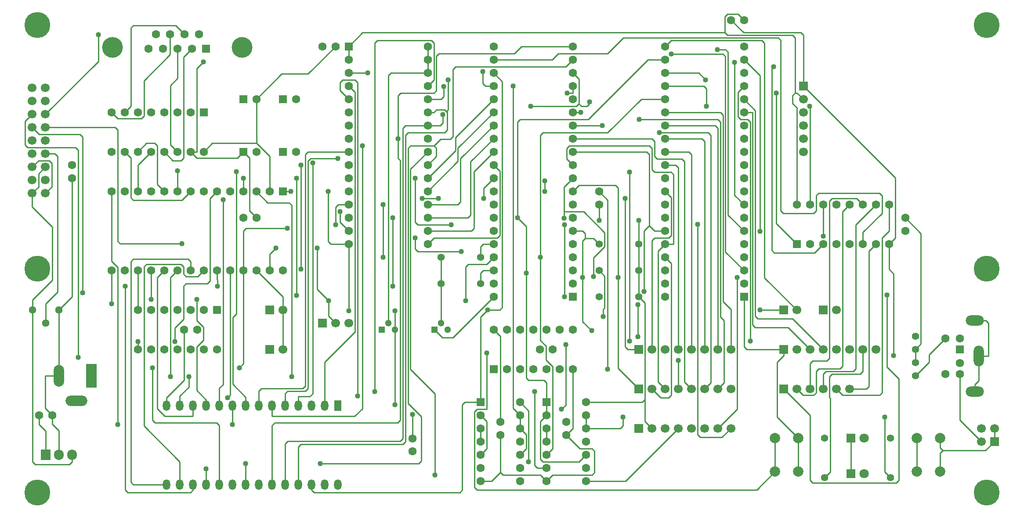
<source format=gbr>
%TF.GenerationSoftware,Novarm,DipTrace,4.3.0.4*%
%TF.CreationDate,2023-04-03T14:28:57+01:00*%
%FSLAX26Y26*%
%MOIN*%
%TF.FileFunction,Copper,L2,Bot*%
%TF.Part,Single*%
%TA.AperFunction,Conductor*%
%ADD13C,0.009843*%
%TA.AperFunction,ComponentPad*%
%ADD16R,0.062992X0.062992*%
%ADD17C,0.062992*%
%ADD18C,0.062992*%
%ADD19R,0.066929X0.066929*%
%ADD20C,0.066929*%
%ADD21C,0.07874*%
%ADD22R,0.051181X0.051181*%
%ADD23C,0.051181*%
%ADD24C,0.066929*%
%ADD25C,0.055118*%
%ADD26C,0.055118*%
%ADD27R,0.056693X0.07874*%
%ADD28O,0.056693X0.07874*%
%ADD29C,0.15748*%
%ADD30O,0.137795X0.07874*%
%ADD31O,0.07874X0.15748*%
%ADD32R,0.07874X0.181102*%
%ADD33O,0.07874X0.165354*%
%ADD34O,0.165354X0.07874*%
%ADD35R,0.075X0.07874*%
%ADD36O,0.075X0.07874*%
%ADD37C,0.19685*%
%ADD38R,0.070866X0.070866*%
%ADD39C,0.070866*%
%ADD40C,0.056693*%
%TA.AperFunction,ViaPad*%
%ADD41C,0.04*%
G75*
G01*
%LPD*%
X3111024Y3525000D2*
D13*
Y3425000D1*
X209449Y2610827D2*
X157677Y2559055D1*
Y2459055D1*
X109449Y2410827D1*
X6411024Y1225000D2*
Y1058662D1*
X6391335Y1038973D1*
X6178937D1*
X6159252Y1019288D1*
Y859840D1*
X6164764Y854328D1*
Y295276D1*
X6122441Y252953D1*
X2511024Y3425000D2*
Y3525000D1*
X2411024D2*
X2203624Y3317600D1*
X2003624D1*
X1811024Y3125000D1*
X7148819Y1039961D2*
Y687205D1*
X7311024Y525000D1*
X6735433Y2223819D2*
X6853347Y2105905D1*
Y1267323D1*
X6811024Y1225000D1*
X4711024Y2206025D2*
Y2025000D1*
X3661024Y674213D2*
Y1325394D1*
X3611024Y1375394D1*
X3811024Y825000D2*
X3876969Y759055D1*
Y371261D1*
X2511024Y3525000D2*
X2616340Y3630316D1*
X5366335D1*
X5386020Y3610631D1*
X5879843D1*
X5899528Y3590946D1*
Y3173229D1*
X5912794D1*
X5961024Y3125000D1*
X1811024D2*
Y2790946D1*
X1911024Y2690946D1*
Y2425000D1*
X711024Y1825000D2*
Y1571261D1*
X5511024Y3725000D2*
X5464762Y3771261D1*
X5386020D1*
X5366335Y3751576D1*
Y3630316D1*
X4911024Y3225000D2*
X5204008D1*
X5223693Y3205315D1*
Y3071261D1*
X4711024Y1625000D2*
X4759252Y1576772D1*
Y844685D1*
Y676772D1*
X4811024Y625000D1*
X3211024Y1425000D2*
Y1725000D1*
X4411024Y2325000D2*
Y2206025D1*
X3111024Y3325000D2*
X2830711D1*
X2811024Y3305312D1*
Y1425000D1*
X3111024Y3425000D2*
Y3325000D1*
X111024Y1525000D2*
Y370864D1*
X130709Y351178D1*
X391339D1*
X411024Y370863D1*
Y425000D1*
X109449Y2410827D2*
Y2307981D1*
X262008Y2155422D1*
Y1752658D1*
X111024Y1601674D1*
Y1525000D1*
X5911024Y2325000D2*
Y3060675D1*
X5879843Y3091855D1*
Y3153544D1*
X5899528Y3173229D1*
X1811024Y2790946D2*
X1476969D1*
X1411024Y2725000D1*
X6811024Y1225000D2*
Y1125000D1*
X4759252Y844685D2*
X4739566Y825000D1*
X4311024D1*
X4711024Y1825000D2*
Y1625000D1*
Y2025000D2*
Y1825000D1*
X3211024Y1725000D2*
Y1925000D1*
X162598Y725000D2*
Y654348D1*
X211024Y605923D1*
Y425000D1*
X4211024Y2425000D2*
X4257285Y2471261D1*
X4534209D1*
X4553894Y2451576D1*
Y1771261D1*
X1557284Y2362796D2*
Y957183D1*
X1530217Y930116D1*
Y800000D1*
X3999528Y2425001D2*
Y2506025D1*
X4553894Y1771261D2*
Y1082130D1*
X4711024Y925000D1*
X4211024Y3425000D2*
X4157285Y3371261D1*
X3320634D1*
X3300949Y3351576D1*
Y2841105D1*
X3281264Y2821420D1*
X3207447D1*
X3157288Y2771261D1*
X2980118D1*
X2960433Y2751576D1*
Y816683D1*
X3061914Y715202D1*
Y377473D1*
X3042229Y357788D1*
X2295453D1*
X1730217Y200000D2*
Y357788D1*
X3157288Y2771261D2*
X3176973Y2751576D1*
Y2690949D1*
X3111024Y2625000D1*
X5735709Y3371261D2*
X5720630Y3356182D1*
Y1978737D1*
X5740315Y1959052D1*
X6045076D1*
X6111024Y2025000D1*
X4211024Y3525000D2*
X3822616D1*
X3768878Y3471261D1*
X3196658D1*
X3176973Y3451576D1*
Y3190946D1*
X3157288Y3171261D1*
X2905984D1*
X2886299Y3151576D1*
Y2825001D1*
Y2676450D1*
X2901378Y2661371D1*
Y686990D1*
X2882885Y668497D1*
X1951097D1*
X1930217Y647617D1*
Y200000D1*
X3611024Y3425000D2*
X4056724D1*
X4102986Y3471261D1*
X4474587D1*
X4594272Y3590946D1*
X5770473D1*
X5790158Y3571261D1*
Y2278737D1*
X5809843Y2259052D1*
X6037603D1*
X6057288Y2278737D1*
Y2390946D1*
X6076973Y2410631D1*
X6537603D1*
X6557288Y2390946D1*
Y2259974D1*
X6411024Y2113710D1*
Y2025000D1*
X2511024Y3225000D2*
X2559252Y3176772D1*
Y1357084D1*
X2330217Y1128049D1*
Y800000D1*
X3611024Y3325000D2*
X3676969Y3259055D1*
Y1545001D1*
X3657284Y1525316D1*
X3565079D1*
X3231421Y3221414D2*
Y3144685D1*
X3211735Y3125000D1*
X3111024D1*
X3511024Y825000D2*
X3393094D1*
X3373407Y805312D1*
Y156888D1*
X3353721Y137202D1*
X2249902D1*
X2230217Y156888D1*
Y200000D1*
X3565079Y1525316D2*
X3511024Y1471261D1*
Y825000D1*
X3611024Y3225000D2*
X3549686D1*
X3530000Y3244686D1*
Y3336497D1*
X2511024Y3325000D2*
X2654799Y3325001D1*
X3511024Y425000D2*
X3557284Y471260D1*
Y678740D1*
X3511024Y725000D1*
X3811024Y425000D2*
X3857284Y471260D1*
Y578740D1*
X3811024Y625000D1*
Y725000D2*
X3757288Y778736D1*
Y3224997D1*
X3811024Y625000D2*
Y725000D1*
X3611024Y3125000D2*
X3320634Y2834610D1*
Y2734610D1*
X3111024Y2525000D1*
X4368701Y1778741D2*
Y1920666D1*
X4453347Y2005312D1*
Y2112993D1*
X4295079Y2271261D1*
X4145083D1*
Y2459059D1*
X4211024Y2525000D1*
X711024Y2425000D2*
Y1894391D1*
X757284Y1848130D1*
Y655395D1*
X1630217Y800000D2*
Y655395D1*
X4911024Y1925000D2*
X4959252Y1876772D1*
Y876769D1*
X4939567Y857084D1*
X4878939D1*
X4811024Y925000D1*
X3014882Y2525001D2*
Y2190946D1*
X3034567Y2171261D1*
X3288110D1*
X4145083Y2221103D2*
Y2271261D1*
X4911024Y925000D2*
X4859252Y976772D1*
Y1973228D1*
X4911024Y2025000D1*
X1657284Y2575552D2*
Y1494517D1*
X1630709Y1467942D1*
Y962844D1*
X1730217Y863337D1*
Y800000D1*
X4911024Y2025000D2*
X4976969D1*
Y2551576D1*
X4957284Y2571261D1*
X4830709D1*
X4811024Y2590946D1*
Y2751576D1*
X4791339Y2771261D1*
X4184449D1*
X4164764Y2751576D1*
Y2671260D1*
X4211024Y2625000D1*
X2511024Y2725000D2*
X2202955D1*
X2183268Y2705312D1*
Y949339D1*
X2163583Y929654D1*
X1849902D1*
X1830217Y909969D1*
Y800000D1*
X4753347Y1665591D2*
Y2126379D1*
X4791339Y2164371D1*
X4830710Y2125000D1*
X4911024D1*
X5011024Y925000D2*
X5011020Y1142005D1*
X4706103Y1564682D2*
Y1323072D1*
X4211024Y2725000D2*
X4771651D1*
X4791339Y2705312D1*
Y2164371D1*
X4211024Y2825000D2*
X4811021D1*
X4830709Y2805312D1*
Y2690946D1*
X4850394Y2671261D1*
X5039567D1*
X5059252Y2651576D1*
Y976772D1*
X5111024Y925000D1*
X2613701Y2771261D2*
Y776572D1*
X2555626Y718497D1*
X1930217D1*
Y800000D1*
X4867650Y2871261D2*
X5239567D1*
X5259252Y2851576D1*
Y973228D1*
X5211024Y925000D1*
X4211024Y2925000D2*
X4436740Y2925001D1*
X2430000Y2675154D2*
X2222638D1*
X2202953Y2655469D1*
Y929653D1*
X2183268Y909968D1*
X2049905D1*
X2030217Y890280D1*
Y800000D1*
X4716669Y2971261D2*
X5311024D1*
X5330709Y2951576D1*
Y1473292D1*
X5359252Y1444749D1*
Y973228D1*
X5311024Y925000D1*
X4211024Y3025000D2*
X4272362Y3025001D1*
X2237717Y2640391D2*
Y889378D1*
X2216837Y868497D1*
X2130217D1*
Y800000D1*
X2511024Y3125000D2*
X2445079Y3190945D1*
Y3251576D1*
X2464764Y3271261D1*
X2559252D1*
X2578937Y3251576D1*
Y871261D1*
X3111024Y3025000D2*
X3157286D1*
X3176973Y3044686D1*
X3239004D1*
X3258689Y3025001D1*
Y2890946D1*
X3239004Y2871261D1*
X2960433D1*
X2940748Y2851576D1*
Y523426D1*
X2921063Y503741D1*
X2149902D1*
X2130217Y484056D1*
Y200000D1*
X5755394Y3171261D2*
Y2180630D1*
X5911024Y2025000D1*
X4211024Y3225000D2*
Y3171261D1*
X4167650D1*
X3266185Y3271257D2*
Y3044686D1*
X3258689Y3037190D1*
Y3025001D1*
X3223925Y3009922D2*
Y2944685D1*
X3204239Y2925000D1*
X3111024D1*
X4337484Y3106025D2*
Y3091261D1*
X4317484Y3071261D1*
X4276969D1*
X4257284Y3090946D1*
Y3278740D1*
X4211024Y3325000D1*
X3111024Y2925000D2*
X2940750D1*
X2921063Y2905312D1*
Y548601D1*
X2901378Y528916D1*
X2049904D1*
X2030217Y509229D1*
Y200000D1*
X4257284Y3090946D2*
X4237599Y3071261D1*
X3893626D1*
X2078977Y1016930D2*
Y2320321D1*
X2059292Y2340006D1*
X1896017D1*
X1811024Y2425000D1*
X6111024Y2325000D2*
Y2086340D1*
X4608343Y2371261D2*
Y1244685D1*
X4628028Y1225000D1*
X4711024D1*
X2511024Y2325000D2*
X2430431D1*
X2410744Y2305312D1*
Y2171261D1*
X1357284Y1606025D2*
Y1446261D1*
X1407284Y1396261D1*
Y1296261D1*
X1357284Y1246261D1*
Y916044D1*
X1430217Y843112D1*
Y800000D1*
X1011024Y1825000D2*
Y1606025D1*
X1111024Y1825000D2*
X1057284Y1771260D1*
Y776572D1*
X1115359Y718497D1*
X1330217D1*
Y800000D1*
X4911024Y2425000D2*
X4957284Y2378740D1*
Y2090946D1*
X4937599Y2071261D1*
X4830708D1*
X4811024Y2051577D1*
Y1225000D1*
X1297362Y1016930D2*
Y938650D1*
X1230217Y871505D1*
Y800000D1*
X1211024Y1825000D2*
X1157284Y1771260D1*
Y1016930D1*
X4643106Y2571261D2*
Y1288308D1*
X2511024Y2125000D2*
X2445508Y2190516D1*
Y2271261D1*
X3192051Y2371261D2*
X3067650D1*
X3611024Y2525000D2*
X3533929Y2447905D1*
Y2371261D1*
X3111024Y2025000D2*
X3157285Y2071261D1*
X3637599D1*
X3657284Y2090946D1*
Y2578740D1*
X3611024Y2625000D1*
X1311024Y1825000D2*
Y1890943D1*
X1291335Y1910631D1*
X876969D1*
X857284Y1890946D1*
Y219684D1*
X876968Y200000D1*
X1130217D1*
X4911024Y2625000D2*
X4991335D1*
X5011024Y2605312D1*
Y1225000D1*
X4911024Y2725000D2*
X5091335D1*
X5111024Y2705312D1*
Y1225000D1*
X3111024Y2125000D2*
X3440975D1*
X3460662Y2144686D1*
Y2574638D1*
X3611024Y2725000D1*
X1411024Y1825000D2*
X1364761Y1778737D1*
X1276969D1*
X1257284Y1798422D1*
Y1851576D1*
X1237599Y1871261D1*
X976969D1*
X957284Y1851576D1*
Y646308D1*
X1230217Y373376D1*
Y200000D1*
X4911024Y2825000D2*
X5191335D1*
X5211024Y2805312D1*
Y1225000D1*
X3111024Y2225000D2*
X3416683D1*
X3436370Y2244686D1*
Y2650346D1*
X3611024Y2825000D1*
X816717Y1706025D2*
Y156887D1*
X836402Y137202D1*
X1310532D1*
X1330217Y156887D1*
Y200000D1*
X1515945Y1706025D2*
Y1753410D1*
X1511024Y1758332D1*
Y1825000D1*
X2845788Y1706025D2*
Y2224997D1*
X4911024Y2925000D2*
X5291335D1*
X5311024Y2905312D1*
Y1225000D1*
X3111024Y2325000D2*
X3340317D1*
X3360004Y2344686D1*
Y2673980D1*
X3611024Y2925000D1*
X1611024Y1825000D2*
Y877171D1*
X1592043Y858190D1*
X1430217Y200000D2*
Y318414D1*
X2771662Y1925710D2*
Y2324997D1*
X4911024Y3025000D2*
X5330706D1*
X5350394Y3005312D1*
Y1589674D1*
X5411024Y1529045D1*
Y1225000D1*
X3111024Y2425000D2*
X3340319Y2654295D1*
Y2754295D1*
X3611024Y3025000D1*
X2044213Y2145395D2*
X1730709D1*
X1711024Y2125710D1*
Y1825000D1*
X1022520Y1086458D2*
Y686987D1*
X1041009Y668497D1*
X1509336D1*
X1530217Y647617D1*
Y200000D1*
X1711024Y1825000D2*
Y1116939D1*
X1680543Y1086458D1*
X5412598Y3725000D2*
X5507282Y3630316D1*
X5941334D1*
X5961024Y3610627D1*
Y3225000D1*
X5922441Y297047D2*
Y552953D1*
X411024Y2526575D2*
Y1625000D1*
X311024Y1525000D1*
X1262598Y1375000D2*
Y990962D1*
X1130217Y858580D1*
Y800000D1*
X1811024Y2225000D2*
X1758858Y2277166D1*
Y2678741D1*
X1712598Y2725000D1*
X3511024Y225000D2*
X3595077D1*
X3661024Y290946D1*
X3680709Y271261D1*
X3964762D1*
X4011024Y225000D1*
X7411024Y625000D2*
Y525000D1*
X109449Y2610827D2*
X157678Y2659056D1*
X237992D1*
X257677Y2639371D1*
Y2459055D1*
X209449Y2410827D1*
X2011024Y2425000D2*
X2072362Y2425001D1*
X911024Y1525000D2*
Y1825000D1*
X2861024Y1519804D2*
Y1375000D1*
X2995965Y550000D2*
Y731178D1*
X3661024Y575787D2*
Y290946D1*
X6322441Y282677D2*
Y552953D1*
X4476969Y1075395D2*
Y2357480D1*
X4411024Y2423425D1*
X7411024Y525000D2*
X7343108Y457084D1*
X7019291D1*
X6999606Y437400D1*
Y297047D1*
X6611024Y2025000D2*
Y1834073D1*
X6646268Y1798828D1*
Y1176773D1*
X5961024Y3225000D2*
X6657288Y2528736D1*
Y2071264D1*
X6611024Y2025000D1*
X5811024Y1225000D2*
X5530710D1*
X5511024Y1244687D1*
Y1625000D1*
X5922441Y552953D2*
X5762795Y712599D1*
Y1128541D1*
X5811024Y1176770D1*
Y1225000D1*
X261024Y725000D2*
Y659053D1*
X311024Y609053D1*
Y425000D1*
Y1025000D2*
X208858D1*
Y777166D1*
X261024Y725000D1*
X311024Y1525000D2*
Y1025000D1*
X1311024Y2725000D2*
X1357284D1*
Y3357033D1*
X1407126Y3406875D1*
X1712598Y2725000D2*
X1666336Y2678737D1*
X1357286D1*
X1311024Y2725000D1*
X4161024Y575787D2*
X4211024Y625787D1*
Y1075394D1*
X4011024Y225000D2*
X4057285Y271261D1*
X4357284D1*
X4376969Y290946D1*
Y451576D1*
X4357284Y471261D1*
X4265550D1*
X4161024Y575787D1*
X6999606Y552953D2*
Y476769D1*
X7019291Y457084D1*
X2511024Y2025000D2*
X2375981D1*
X2356295Y2044686D1*
Y2425001D1*
X2511024Y1519804D2*
Y2025000D1*
X2861024Y1375000D2*
Y805741D1*
X6594016Y1636847D2*
Y1092851D1*
X6684449Y1002418D1*
Y230312D1*
X6664764Y210627D1*
X6030854D1*
X6011169Y230312D1*
Y724855D1*
X5811024Y925000D1*
X6311024Y2325000D2*
X6259256Y2273232D1*
Y1098028D1*
X6239571Y1078343D1*
X6078937D1*
X6059252Y1058658D1*
Y896454D1*
X6039567Y876769D1*
X5959254D1*
X5911024Y925000D1*
X6411024Y2325000D2*
X6364762Y2371261D1*
X6178941D1*
X6159256Y2351576D1*
Y1157084D1*
X6139571Y1137399D1*
X6030709D1*
X6011024Y1117714D1*
Y925000D1*
X6511024Y2325000D2*
X6359252Y2173228D1*
Y1078343D1*
X6339567Y1058658D1*
X6130709D1*
X6111024Y1038973D1*
Y925000D1*
X6611024Y2325000D2*
Y2123596D1*
X6559252Y2071824D1*
Y896454D1*
X6539567Y876769D1*
X6259254D1*
X6211024Y925000D1*
X6511024Y2025000D2*
X6459252Y1973228D1*
Y944686D1*
X6439565Y925000D1*
X6311024D1*
X457284Y1163662D2*
Y2739371D1*
X437599Y2759056D1*
X75473D1*
X55788Y2778741D1*
Y2957166D1*
X109449Y3010827D1*
X610713Y3613572D2*
Y3412091D1*
X209449Y3010827D1*
X4957284Y3468375D2*
X5350394D1*
X5370079Y3448690D1*
Y1965945D1*
X5511024Y1825000D1*
X492047Y1655867D2*
Y2839371D1*
X472362Y2859056D1*
X161219D1*
X109449Y2910827D1*
X3014882Y2071261D2*
Y1987009D1*
X3034567Y1967324D1*
X3364418D1*
X1245788Y2030001D2*
X776969D1*
X757284Y2049686D1*
Y2891141D1*
X737598Y2910827D1*
X209449D1*
X5309614Y3503139D2*
X5370079D1*
X5389764Y3483454D1*
Y2246260D1*
X5511024Y2125000D1*
X2148504Y2624288D2*
Y1836497D1*
X5439606Y3406025D2*
Y2396418D1*
X5511024Y2325000D1*
X1011024Y2725000D2*
X911024Y2625000D1*
Y2425000D1*
Y2725000D2*
X976970Y2790946D1*
X1037599D1*
X1057284Y2771261D1*
Y2478740D1*
X1111024Y2425000D1*
X1192047Y1286340D2*
Y1388642D1*
X1257284Y1453879D1*
Y1706025D1*
X1276969Y1725710D1*
X1437599D1*
X1457284Y1745395D1*
Y2371260D1*
X1511024Y2425000D1*
X911024Y1286340D2*
Y1225000D1*
X1211024Y2425000D2*
Y2581095D1*
X2011024Y1225000D2*
Y1525000D1*
Y1625000D1*
X1811024Y1825000D1*
X811024Y2725000D2*
X857284Y2678740D1*
Y2378737D1*
X876969Y2359052D1*
X1245076D1*
X1311024Y2425000D1*
X3511024Y1925000D2*
Y2005312D1*
X3530711Y2025000D1*
X3611024D1*
X3511024Y1725000D2*
Y1805312D1*
X3530711Y1825000D1*
X3611024D1*
X4157288Y1260158D2*
Y802289D1*
X4126260Y771261D1*
X211024Y1425000D2*
Y1571419D1*
X301378Y1661773D1*
Y2691139D1*
X281690Y2710827D1*
X209449D1*
X6011024Y1225000D2*
X5843920Y1392103D1*
X5596654D1*
X5576969Y1411788D1*
Y3025000D1*
X5511024D1*
X6111024Y1225000D2*
X5878939Y1457084D1*
X5616339D1*
X5596654Y1476769D1*
Y3039370D1*
X5511024Y3125000D1*
X5557284Y1288308D2*
Y2951576D1*
X5537599Y2971261D1*
X5484449D1*
X5464764Y2990946D1*
Y3178740D1*
X5511024Y3225000D1*
X5631418Y2121103D2*
Y3304606D1*
X5511024Y3425000D1*
X5911024Y1525000D2*
X5666181Y1769843D1*
Y3551576D1*
X5646496Y3571261D1*
X4957285D1*
X4911024Y3525000D1*
X6578937Y712599D2*
Y296457D1*
X6622441Y252953D1*
X4311024Y725000D2*
Y625000D1*
X4572125D1*
X4591811Y644685D1*
Y712599D1*
X3511024Y525000D2*
Y625000D1*
X4011024Y525000D2*
Y625000D1*
X1111024Y2725000D2*
X1176967Y2659056D1*
X1237992D1*
X1257677Y2678741D1*
Y3445459D1*
X1320472Y3508255D1*
X711024Y3025000D2*
X757286Y2978737D1*
X937599D1*
X957284Y2998422D1*
Y3265084D1*
X1156890Y3464690D1*
Y3620066D1*
X1211024Y2725000D2*
X1157284Y2778740D1*
Y3229957D1*
X1211417Y3284091D1*
Y3508255D1*
X811024Y3025000D2*
X857284Y3071260D1*
Y3666328D1*
X876969Y3686013D1*
X1199997D1*
X1265945Y3620066D1*
X7038583Y1307677D2*
X6914819Y1183913D1*
Y1128795D1*
X6811024Y1025000D1*
X4311024Y425000D2*
X4257285Y371261D1*
X3984449D1*
X3964764Y390946D1*
Y678740D1*
X4011024Y725000D1*
X3792051Y2225001D2*
Y2951576D1*
X3811736Y2971261D1*
X4327240D1*
X4780978Y3425000D1*
X4911024D1*
X3857288Y1803662D2*
Y2159764D1*
X3792051Y2225001D1*
X4011024Y825000D2*
Y970468D1*
X3991339Y990152D1*
X3876976D1*
X3857288Y1009840D1*
Y1803662D1*
X4011024Y725000D2*
Y825000D1*
X5745276Y552953D2*
Y297047D1*
X5607281Y159052D1*
X3484449D1*
X3464764Y178737D1*
Y751576D1*
X3484449Y771261D1*
X3557284D1*
Y1198426D1*
X7261024Y1443504D2*
X7344685D1*
X7364370Y1423819D1*
Y1173819D1*
X7292520D1*
Y989765D1*
X7261024Y958269D1*
Y904134D1*
X5219268Y3273229D2*
X5167497Y3325000D1*
X4911024D1*
X6009252Y3073229D2*
X6011024Y3071458D1*
Y2325000D1*
X5459252Y1771261D2*
Y773228D1*
X5311024Y625000D1*
X4411024Y1825000D2*
X4453347Y1782677D1*
Y1541127D1*
X4442205Y1529985D1*
Y1475469D1*
X5811024Y1525000D2*
X5631418Y1525001D1*
X4354638Y1367048D2*
X4286024Y1435662D1*
Y1771261D1*
Y2047639D1*
X4305709Y2067324D1*
X4368699D1*
X4411024Y2025000D1*
X4305709Y2067324D2*
Y2105315D1*
X4286024Y2125000D1*
X4211024D1*
X4311024Y225000D2*
X4611024D1*
X5011024Y625000D1*
X3165114Y271261D2*
Y888954D1*
X2980118Y1073950D1*
Y2594094D1*
X3111024Y2725000D1*
X3611024Y1625000D2*
X3300982Y1314958D1*
X3221065D1*
X3161024Y1375000D1*
X4149685Y2171261D2*
Y1624997D1*
X5411024Y625000D2*
X5343108Y557084D1*
X5178937D1*
X5159252Y576769D1*
Y2174836D1*
X2113740Y2525710D2*
Y1634528D1*
X1711024Y2425000D2*
Y2525710D1*
X6822441Y552953D2*
Y297047D1*
X2709248Y906025D2*
Y3551576D1*
X2728933Y3571261D1*
X3137603D1*
X3157288Y3551576D1*
Y3271264D1*
X3111024Y3225000D1*
X4011024Y325000D2*
X3943127D1*
X3923441Y344686D1*
Y906025D1*
X4011024Y425000D2*
X4057288Y471264D1*
Y1096749D1*
X4007481Y1146556D1*
Y1250296D1*
X3964764Y1293013D1*
Y1923513D1*
X2272481Y1995237D2*
Y1681614D1*
X2359252Y1594843D1*
X1957284Y1995237D2*
X1911024Y1948977D1*
Y1825000D1*
X3611024Y1925000D2*
X3557285Y1871261D1*
X3418862D1*
X3399177Y1851576D1*
Y1594843D1*
X3964764Y1923513D2*
Y2851576D1*
X3984449Y2871261D1*
X4476634D1*
X4730372Y3125000D1*
X4911024D1*
X2359252Y1594843D2*
Y1476772D1*
X2411024Y1425000D1*
D41*
X3876969Y371261D3*
X711024Y1571261D3*
X5223693Y3071261D3*
X4411024Y2206025D3*
X4711024D3*
X1557284Y2362796D3*
X4553894Y1771261D3*
X3999528Y2506025D3*
Y2425001D3*
X2295453Y357788D3*
X1730217D3*
X5735709Y3371261D3*
X2886299Y2825001D3*
X3231421Y3221414D3*
X3565079Y1525316D3*
X3530000Y3336497D3*
X2654799Y3325001D3*
X3757288Y3224997D3*
X757284Y655395D3*
X1630217D3*
X3288110Y2171261D3*
X3014882Y2525001D3*
X4368701Y1778741D3*
X4145083Y2221103D3*
X1657284Y2575552D3*
X5011020Y1142005D3*
X4706103Y1323072D3*
Y1564682D3*
X4753347Y1665591D3*
X2613701Y2771261D3*
X4867650Y2871261D3*
X4436740Y2925001D3*
X2430000Y2675154D3*
X4716669Y2971261D3*
X4272362Y3025001D3*
X2237717Y2640391D3*
X2578937Y871261D3*
X5755394Y3171261D3*
X4167650D3*
X3266185Y3271257D3*
X4337484Y3106025D3*
X3893626Y3071261D3*
X3223925Y3009922D3*
X2078977Y1016930D3*
X6111024Y2086340D3*
X2410744Y2171261D3*
X1357284Y1606025D3*
X1011024D3*
X4608343Y2371261D3*
X1297362Y1016930D3*
X1157284D3*
X4643106Y1288308D3*
Y2571261D3*
X2445508Y2271261D3*
X3067650Y2371261D3*
X3192051D3*
X3533929D3*
X816717Y1706025D3*
X2845788Y2224997D3*
Y1706025D3*
X1515945D3*
X1592043Y858190D3*
X1430217Y318414D3*
X2771662Y2324997D3*
Y1925710D3*
X1680543Y1086458D3*
X1022520D3*
X2044213Y2145395D3*
X2356295Y2425001D3*
X2072362D3*
X1407126Y3406875D3*
X2861024Y805741D3*
X2995965Y731178D3*
X2861024Y1519804D3*
X2511024D3*
X4476969Y1075395D3*
X6646268Y1176773D3*
X6594016Y1636847D3*
X457284Y1163662D3*
X610713Y3613572D3*
X4957284Y3468375D3*
X492047Y1655867D3*
X3364418Y1967324D3*
X3014882Y2071261D3*
X1245788Y2030001D3*
X5309614Y3503139D3*
X2148504Y1836497D3*
Y2624288D3*
X5439606Y3406025D3*
X1192047Y1286340D3*
X911024D3*
X1211024Y2581095D3*
X4126260Y771261D3*
X4157288Y1260158D3*
X5557284Y1288308D3*
X5631418Y2121103D3*
X6578937Y712599D3*
X4591811D3*
X3857288Y1803662D3*
X3792051Y2225001D3*
X3557284Y1198426D3*
X6009252Y3073229D3*
X5219268Y3273229D3*
X5459252Y1771261D3*
X5631418Y1525001D3*
X4442205Y1475469D3*
X4286024Y1771261D3*
X4354638Y1367048D3*
X3165114Y271261D3*
X4149685Y1624997D3*
Y2171261D3*
X5159252Y2174836D3*
X2113740Y1634528D3*
Y2525710D3*
X1711024D3*
X2709248Y906025D3*
X3923441D3*
X3964764Y1923513D3*
X1957284Y1995237D3*
X2272481D3*
X3399177Y1594843D3*
X2359252D3*
D16*
X2012598Y3125000D3*
D17*
X2111024D3*
D16*
X1511024Y1525000D3*
D18*
X1411024D3*
X1311024D3*
X1211024D3*
X1111024D3*
X1011024D3*
X911024D3*
Y1225000D3*
X1011024D3*
X1111024D3*
X1211024D3*
X1311024D3*
X1411024D3*
X1511024D3*
D16*
X2511024Y3525000D3*
D18*
Y3425000D3*
Y3325000D3*
Y3225000D3*
Y3125000D3*
Y3025000D3*
Y2925000D3*
Y2825000D3*
Y2725000D3*
Y2625000D3*
Y2525000D3*
Y2425000D3*
Y2325000D3*
Y2225000D3*
Y2125000D3*
Y2025000D3*
X3111024D3*
Y2125000D3*
Y2225000D3*
Y2325000D3*
Y2425000D3*
Y2525000D3*
Y2625000D3*
Y2725000D3*
Y2825000D3*
Y2925000D3*
Y3025000D3*
Y3125000D3*
Y3225000D3*
Y3325000D3*
Y3425000D3*
Y3525000D3*
D16*
X5511024Y1625000D3*
D18*
Y1725000D3*
Y1825000D3*
Y1925000D3*
Y2025000D3*
Y2125000D3*
Y2225000D3*
Y2325000D3*
Y2425000D3*
Y2525000D3*
Y2625000D3*
Y2725000D3*
Y2825000D3*
Y2925000D3*
Y3025000D3*
Y3125000D3*
Y3225000D3*
Y3325000D3*
Y3425000D3*
Y3525000D3*
X4911024D3*
Y3425000D3*
Y3325000D3*
Y3225000D3*
Y3125000D3*
Y3025000D3*
Y2925000D3*
Y2825000D3*
Y2725000D3*
Y2625000D3*
Y2525000D3*
Y2425000D3*
Y2325000D3*
Y2225000D3*
Y2125000D3*
Y2025000D3*
Y1925000D3*
Y1825000D3*
Y1725000D3*
Y1625000D3*
D19*
X4711024Y1225000D3*
D20*
X4811024D3*
X4911024D3*
X5011024D3*
X5111024D3*
X5211024D3*
X5311024D3*
X5411024D3*
D21*
X6822441Y297047D3*
Y552953D3*
X6999606Y297047D3*
Y552953D3*
D17*
X3661024Y674213D3*
Y575787D3*
D19*
X7411024Y525000D3*
D20*
X7311024D3*
X7411024Y625000D3*
X7311024D3*
D22*
X3161024Y1375000D3*
D23*
X3211024Y1425000D3*
X3261024Y1375000D3*
D17*
X6735433Y2125394D3*
Y2223819D3*
D19*
X5961024Y3225000D3*
D24*
Y3125000D3*
Y3025000D3*
Y2925000D3*
Y2825000D3*
Y2725000D3*
D19*
X5811024Y925000D3*
D20*
X5911024D3*
X6011024D3*
X6111024D3*
X6211024D3*
X6311024D3*
D19*
X4711024Y625000D3*
D20*
X4811024D3*
X4911024D3*
X5011024D3*
X5111024D3*
X5211024D3*
X5311024D3*
X5411024D3*
D16*
X4011024Y825000D3*
D18*
Y725000D3*
Y625000D3*
Y525000D3*
Y425000D3*
Y325000D3*
Y225000D3*
X4311024D3*
Y325000D3*
Y425000D3*
Y525000D3*
Y625000D3*
Y725000D3*
Y825000D3*
D16*
X4211024Y1625000D3*
D18*
Y1725000D3*
Y1825000D3*
Y1925000D3*
Y2025000D3*
Y2125000D3*
Y2225000D3*
Y2325000D3*
Y2425000D3*
Y2525000D3*
Y2625000D3*
Y2725000D3*
Y2825000D3*
Y2925000D3*
Y3025000D3*
Y3125000D3*
Y3225000D3*
Y3325000D3*
Y3425000D3*
Y3525000D3*
X3611024D3*
Y3425000D3*
Y3325000D3*
Y3225000D3*
Y3125000D3*
Y3025000D3*
Y2925000D3*
Y2825000D3*
Y2725000D3*
Y2625000D3*
Y2525000D3*
Y2425000D3*
Y2325000D3*
Y2225000D3*
Y2125000D3*
Y2025000D3*
Y1925000D3*
Y1825000D3*
Y1725000D3*
Y1625000D3*
D25*
X3211024Y1925000D3*
D26*
X3511024D3*
D19*
X6111024Y1525000D3*
D20*
X6211024D3*
D17*
X2411024Y3525000D3*
X2312598D3*
D25*
X6622441Y552953D3*
D26*
Y252953D3*
D25*
X6811024Y1025000D3*
D26*
Y1125000D3*
D27*
X2430217Y800000D3*
D28*
X2330217D3*
X2230217D3*
X2130217D3*
X2030217D3*
X1930217D3*
X1830217D3*
X1730217D3*
X1630217D3*
X1530217D3*
X1430217D3*
X1330217D3*
X1230217D3*
X1130217D3*
Y200000D3*
X1230217D3*
X1330217D3*
X1430217D3*
X1530217D3*
X1630217D3*
X1730217D3*
X1830217D3*
X1930217D3*
X2030217D3*
X2130217D3*
X2230217D3*
X2330217D3*
X2430217D3*
D17*
X411024Y2625000D3*
Y2526575D3*
D29*
X1703543Y3520066D3*
X719291D3*
D16*
X1429528Y3508255D3*
D17*
X1320472D3*
X1211417D3*
X1102362D3*
X993307D3*
X1375000Y3620066D3*
X1265945D3*
X1156890D3*
X1047835D3*
D16*
X3611024Y1075394D3*
D18*
X3711024D3*
X3811024D3*
X3911024D3*
X4011024D3*
X4111024D3*
X4211024D3*
Y1375394D3*
X4111024D3*
X4011024D3*
X3911024D3*
X3811024D3*
X3711024D3*
X3611024D3*
D16*
X7148819Y1225000D3*
D17*
Y1122638D3*
Y1307677D3*
Y1039961D3*
X7038583Y1307677D3*
Y1039961D3*
D30*
X7261024Y904134D3*
D31*
X7292520Y1173819D3*
D30*
X7261024Y1443504D3*
D16*
X2012598Y2725000D3*
D17*
X2111024D3*
D19*
X2311024Y1425000D3*
D20*
X2411024D3*
X2511024D3*
D25*
X6811024Y1325000D3*
D26*
Y1225000D3*
D21*
X5745276Y297047D3*
Y552953D3*
X5922441Y297047D3*
Y552953D3*
D17*
X4161024Y674213D3*
Y575787D3*
X1712598Y2225000D3*
X1811024D3*
D19*
X4711024Y925000D3*
D20*
X4811024D3*
X4911024D3*
X5011024D3*
X5111024D3*
X5211024D3*
X5311024D3*
X5411024D3*
D17*
X1262598Y1375000D3*
X1361024D3*
D16*
X3511024Y825000D3*
D18*
Y725000D3*
Y625000D3*
Y525000D3*
Y425000D3*
Y325000D3*
Y225000D3*
X3811024D3*
Y325000D3*
Y425000D3*
Y525000D3*
Y625000D3*
Y725000D3*
Y825000D3*
D32*
X559055Y1025000D3*
D33*
X311024D3*
D34*
X444882Y836024D3*
D16*
X1712598Y2725000D3*
D17*
X1811024D3*
D35*
X211024Y425000D3*
D36*
X311024D3*
X411024D3*
D16*
X1712598Y3125000D3*
D17*
X1811024D3*
D19*
X1911024Y1525000D3*
D20*
X2011024D3*
D37*
X148819Y139173D3*
D19*
X5811024Y1525000D3*
D20*
X5911024D3*
D25*
X6122441Y252953D3*
D26*
Y552953D3*
D19*
X1911024Y1225000D3*
D20*
X2011024D3*
D25*
X4711024Y1625000D3*
D26*
X4411024D3*
D25*
X4711024Y1825000D3*
D26*
X4411024D3*
D17*
X162598Y725000D3*
X261024D3*
X2995965Y550000D3*
Y451575D3*
D16*
X5911024Y2025000D3*
D18*
X6011024D3*
X6111024D3*
X6211024D3*
X6311024D3*
X6411024D3*
X6511024D3*
X6611024D3*
Y2325000D3*
X6511024D3*
X6411024D3*
X6311024D3*
X6211024D3*
X6111024D3*
X6011024D3*
X5911024D3*
D37*
X148819Y3687205D3*
Y1836811D3*
X7353543Y3687205D3*
Y1836811D3*
D24*
X109449Y3210827D3*
X209449D3*
X109449Y3110827D3*
X209449D3*
X109449Y3010827D3*
X209449D3*
X109449Y2910827D3*
X209449D3*
X109449Y2810827D3*
X209449D3*
X109449Y2710827D3*
X209449D3*
X109449Y2610827D3*
X209449D3*
X109449Y2510827D3*
X209449D3*
X109449Y2410827D3*
X209449D3*
D38*
X6322441Y282677D3*
D39*
X6422441D3*
D38*
X6322441Y552953D3*
D39*
X6422441D3*
D40*
X311024Y1525000D3*
X211024Y1425000D3*
X111024Y1525000D3*
D37*
X7353543Y137205D3*
D16*
X2011024Y2425000D3*
D18*
X1911024D3*
X1811024D3*
X1711024D3*
X1611024D3*
X1511024D3*
X1411024D3*
X1311024D3*
X1211024D3*
X1111024D3*
X1011024D3*
X911024D3*
X811024D3*
X711024D3*
Y1825000D3*
X811024D3*
X911024D3*
X1011024D3*
X1111024D3*
X1211024D3*
X1311024D3*
X1411024D3*
X1511024D3*
X1611024D3*
X1711024D3*
X1811024D3*
X1911024D3*
X2011024D3*
D22*
X2761024Y1375000D3*
D23*
X2811024Y1425000D3*
X2861024Y1375000D3*
D17*
X5511024Y3725000D3*
X5412598D3*
D25*
X4711024Y2025000D3*
D26*
X4411024D3*
D25*
X3211024Y1725000D3*
D26*
X3511024D3*
D16*
X1411024Y3025000D3*
D18*
X1311024D3*
X1211024D3*
X1111024D3*
X1011024D3*
X911024D3*
X811024D3*
X711024D3*
Y2725000D3*
X811024D3*
X911024D3*
X1011024D3*
X1111024D3*
X1211024D3*
X1311024D3*
X1411024D3*
D17*
X4411024Y2325000D3*
Y2423425D3*
X4059646Y1225394D3*
X3961220D3*
D19*
X5811024Y1225000D3*
D20*
X5911024D3*
X6011024D3*
X6111024D3*
X6211024D3*
X6311024D3*
X6411024D3*
X6511024D3*
M02*

</source>
